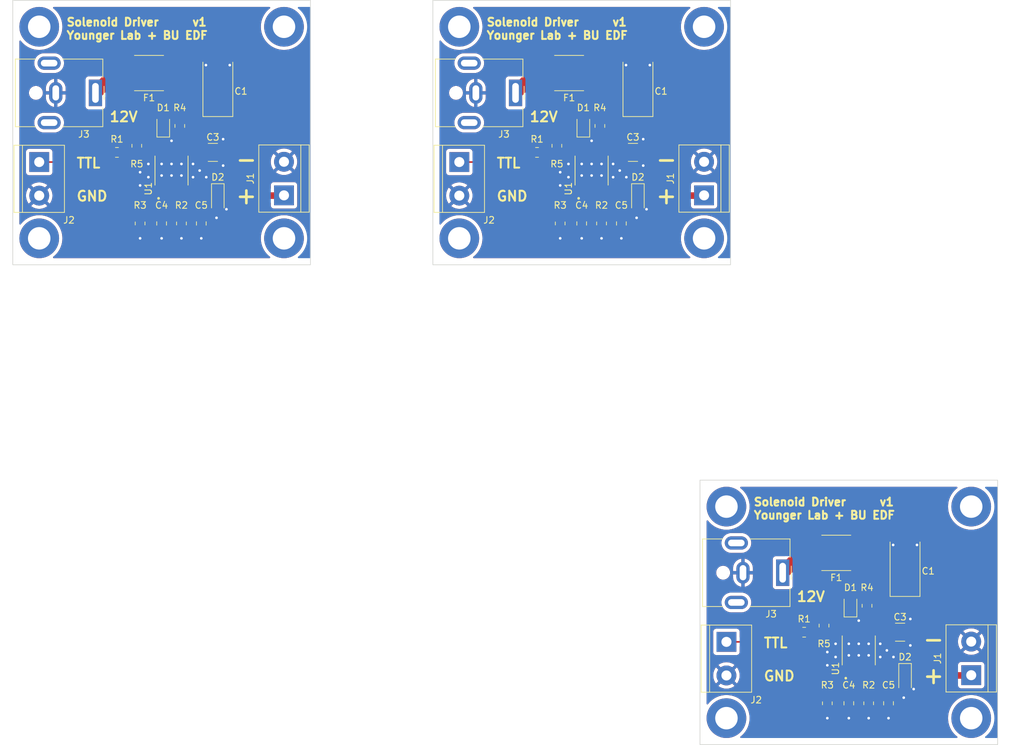
<source format=kicad_pcb>
(kicad_pcb (version 20221018) (generator pcbnew)
  (layers (0 "F.Cu" signal) (31 "B.Cu" signal) (34 "B.Paste" user) (35 "F.Paste" user) (36 "B.SilkS" user "B.Silkscreen") (37 "F.SilkS" user "F.Silkscreen") (38 "B.Mask" user) (39 "F.Mask" user) (44 "Edge.Cuts" user))
  (net 0 "")
  (net 1 "+12V")
  (net 2 "GND")
  (net 3 "/delay")
  (net 4 "Net-(U1-BOOT)")
  (net 5 "/fault")
  (net 6 "Net-(D1-A)")
  (net 7 "/out")
  (net 8 "/12V_IN")
  (net 9 "/freq")
  (net 10 "/duty")
  (net 11 "/in")
  (net 12 "/in_term")
  (footprint "Resistor_SMD:R_0805_2012Metric" (layer "F.Cu") (at 47.37 38.42 90)
    (fp_text reference "R4")
    (fp_text value "4k7")
  )
  (footprint "Resistor_SMD:R_0805_2012Metric" (layer "F.Cu") (at 111.12 53.17 90)
    (fp_text reference "R2")
    (fp_text value "191k")
  )
  (footprint "Capacitor_SMD:C_0805_2012Metric" (layer "F.Cu") (at 44.62 53.17 90)
    (fp_text reference "C4")
    (fp_text value "0.18uF")
  )
  (footprint "Resistor_SMD:R_0805_2012Metric" (layer "F.Cu") (at 41.37 53.17 90)
    (fp_text reference "R3")
    (fp_text value "162k")
  )
  (footprint "Capacitor_Tantalum_SMD:CP_EIA-7343-43_Kemet-X_Pad2.25x2.55mm_HandSolder" (layer "F.Cu") (at 116.62 32.42 90)
    (fp_text reference "C1")
    (fp_text value "47uF")
  )
  (footprint "LED_SMD:LED_0805_2012Metric" (layer "F.Cu") (at 108.37 38.42 90)
    (fp_text reference "D1")
    (fp_text value "LED")
  )
  (footprint "Capacitor_SMD:C_0805_2012Metric" (layer "F.Cu") (at 50.62 53.17 90)
    (fp_text reference "C5")
    (fp_text value "470pF")
  )
  (footprint "Resistor_SMD:R_0805_2012Metric" (layer "F.Cu") (at 145.25 125.75 90)
    (fp_text reference "R3")
    (fp_text value "162k")
  )
  (footprint "Fuse:Fuse_2920_7451Metric" (layer "F.Cu") (at 42.72 30.42)
    (fp_text reference "F1")
    (fp_text value "0ZCF0125FF2C")
  )
  (footprint "Resistor_SMD:R_0805_2012Metric" (layer "F.Cu") (at 141.75 115)
    (fp_text reference "R1")
    (fp_text value "49R9")
  )
  (footprint "Capacitor_SMD:C_1210_3225Metric" (layer "F.Cu") (at 115.87 42.42)
    (fp_text reference "C3")
    (fp_text value "10uF")
  )
  (footprint "Resistor_SMD:R_0805_2012Metric" (layer "F.Cu") (at 110.87 38.42 90)
    (fp_text reference "R4")
    (fp_text value "4k7")
  )
  (footprint "Capacitor_SMD:C_1210_3225Metric" (layer "F.Cu") (at 156.25 115)
    (fp_text reference "C3")
    (fp_text value "10uF")
  )
  (footprint "Capacitor_SMD:C_0805_2012Metric" (layer "F.Cu") (at 108.12 53.17 90)
    (fp_text reference "C4")
    (fp_text value "0.18uF")
  )
  (footprint "Fuse:Fuse_2920_7451Metric" (layer "F.Cu") (at 106.22 30.42)
    (fp_text reference "F1")
    (fp_text value "0ZCF0125FF2C")
  )
  (footprint "Fuse:Fuse_2920_7451Metric" (layer "F.Cu") (at 146.6 103)
    (fp_text reference "F1")
    (fp_text value "0ZCF0125FF2C")
  )
  (footprint "Resistor_SMD:R_0805_2012Metric" (layer "F.Cu") (at 37.87 42.42)
    (fp_text reference "R1")
    (fp_text value "49R9")
  )
  (footprint "Resistor_SMD:R_0805_2012Metric" (layer "F.Cu") (at 144.75 114 -90)
    (fp_text reference "R5")
    (fp_text value "4k7")
  )
  (footprint "driver-v0:IC_TPS27S100BPWPR" (layer "F.Cu") (at 150 117.75 90)
    (fp_text reference "U1")
    (fp_text value "DRV104PWP")
  )
  (footprint "TerminalBlock:TerminalBlock_bornier-2_P5.08mm" (layer "F.Cu") (at 89.62 43.88 -90)
    (fp_text reference "J2")
    (fp_text value "Screw_Terminal_01x02")
  )
  (footprint "Resistor_SMD:R_0805_2012Metric" (layer "F.Cu") (at 101.37 42.42)
    (fp_text reference "R1")
    (fp_text value "49R9")
  )
  (footprint "TerminalBlock:TerminalBlock_bornier-2_P5.08mm" (layer "F.Cu") (at 126.62 48.92 90)
    (fp_text reference "J1")
    (fp_text value "Screw_Terminal_01x02")
  )
  (footprint "Diode_SMD:Nexperia_CFP3_SOD-123W" (layer "F.Cu") (at 157 122 -90)
    (fp_text reference "D2")
    (fp_text value "PMEG10010ELRX")
  )
  (footprint "TerminalBlock:TerminalBlock_bornier-2_P5.08mm" (layer "F.Cu") (at 63.12 48.92 90)
    (fp_text reference "J1")
    (fp_text value "Screw_Terminal_01x02")
  )
  (footprint "TerminalBlock:TerminalBlock_bornier-2_P5.08mm" (layer "F.Cu") (at 130 116.46 -90)
    (fp_text reference "J2")
    (fp_text value "Screw_Terminal_01x02")
  )
  (footprint "Capacitor_Tantalum_SMD:CP_EIA-7343-43_Kemet-X_Pad2.25x2.55mm_HandSolder" (layer "F.Cu") (at 53.12 32.42 90)
    (fp_text reference "C1")
    (fp_text value "47uF")
  )
  (footprint "LED_SMD:LED_0805_2012Metric" (layer "F.Cu") (at 148.75 111 90)
    (fp_text reference "D1")
    (fp_text value "LED")
  )
  (footprint "Capacitor_SMD:C_0805_2012Metric" (layer "F.Cu") (at 148.5 125.75 90)
    (fp_text reference "C4")
    (fp_text value "0.18uF")
  )
  (footprint "Resistor_SMD:R_0805_2012Metric" (layer "F.Cu") (at 151.5 125.75 90)
    (fp_text reference "R2")
    (fp_text value "191k")
  )
  (footprint "driver-v0:IC_TPS27S100BPWPR" (layer "F.Cu") (at 46.12 45.17 90)
    (fp_text reference "U1")
    (fp_text value "DRV104PWP")
  )
  (footprint "TerminalBlock:TerminalBlock_bornier-2_P5.08mm" (layer "F.Cu") (at 26.12 43.88 -90)
    (fp_text reference "J2")
    (fp_text value "Screw_Terminal_01x02")
  )
  (footprint "Connector_BarrelJack:BarrelJack_CUI_PJ-063AH_Horizontal" (layer "F.Cu") (at 138.5 106 -90)
    (fp_text reference "J3")
    (fp_text value "Barrel_Jack")
  )
  (footprint "Capacitor_SMD:C_1210_3225Metric" (layer "F.Cu") (at 52.37 42.42)
    (fp_text reference "C3")
    (fp_text value "10uF")
  )
  (footprint "LED_SMD:LED_0805_2012Metric" (layer "F.Cu") (at 44.87 38.42 90)
    (fp_text reference "D1")
    (fp_text value "LED")
  )
  (footprint "Capacitor_SMD:C_0805_2012Metric" (layer "F.Cu") (at 114.12 53.17 90)
    (fp_text reference "C5")
    (fp_text value "470pF")
  )
  (footprint "Resistor_SMD:R_0805_2012Metric" (layer "F.Cu") (at 151.25 111 90)
    (fp_text reference "R4")
    (fp_text value "4k7")
  )
  (footprint "Capacitor_SMD:C_0805_2012Metric" (layer "F.Cu") (at 154.5 125.75 90)
    (fp_text reference "C5")
    (fp_text value "470pF")
  )
  (footprint "TerminalBlock:TerminalBlock_bornier-2_P5.08mm" (layer "F.Cu") (at 167 121.5 90)
    (fp_text reference "J1")
    (fp_text value "Screw_Terminal_01x02")
  )
  (footprint "Connector_BarrelJack:BarrelJack_CUI_PJ-063AH_Horizontal" (layer "F.Cu") (at 34.62 33.42 -90)
    (fp_text reference "J3")
    (fp_text value "Barrel_Jack")
  )
  (footprint "Resistor_SMD:R_0805_2012Metric" (layer "F.Cu") (at 104.87 53.17 90)
    (fp_text reference "R3")
    (fp_text value "162k")
  )
  (footprint "Resistor_SMD:R_0805_2012Metric" (layer "F.Cu") (at 40.87 41.42 -90)
    (fp_text reference "R5")
    (fp_text value "4k7")
  )
  (footprint "Resistor_SMD:R_0805_2012Metric" (layer "F.Cu") (at 47.62 53.17 90)
    (fp_text reference "R2")
    (fp_text value "191k")
  )
  (footprint "Diode_SMD:Nexperia_CFP3_SOD-123W" (layer "F.Cu") (at 116.62 49.42 -90)
    (fp_text reference "D2")
    (fp_text value "PMEG10010ELRX")
  )
  (footprint "Resistor_SMD:R_0805_2012Metric" (layer "F.Cu") (at 104.37 41.42 -90)
    (fp_text reference "R5")
    (fp_text value "4k7")
  )
  (footprint "Connector_BarrelJack:BarrelJack_CUI_PJ-063AH_Horizontal" (layer "F.Cu") (at 98.12 33.42 -90)
    (fp_text reference "J3")
    (fp_text value "Barrel_Jack")
  )
  (footprint "Diode_SMD:Nexperia_CFP3_SOD-123W" (layer "F.Cu") (at 53.12 49.42 -90)
    (fp_text reference "D2")
    (fp_text value "PMEG10010ELRX")
  )
  (footprint "Capacitor_Tantalum_SMD:CP_EIA-7343-43_Kemet-X_Pad2.25x2.55mm_HandSolder" (layer "F.Cu") (at 157 105 90)
    (fp_text reference "C1")
    (fp_text value "47uF")
  )
  (footprint "driver-v0:IC_TPS27S100BPWPR" (layer "F.Cu") (at 109.62 45.17 90)
    (fp_text reference "U1")
    (fp_text value "DRV104PWP")
  )
  (gr_rect (start 126 92) (end 171 132) (stroke (width 0.1)) (fill none) (layer "Edge.Cuts"))
  (gr_rect (start 22.12 19.42) (end 67.12 59.42) (stroke (width 0.1)) (fill none) (layer "Edge.Cuts"))
  (gr_rect (start 85.62 19.42) (end 130.62 59.42) (stroke (width 0.1)) (fill none) (layer "Edge.Cuts"))
  (gr_text "GND" (at 95.12 49.92) (layer "F.SilkS") (effects (font (size 1.5 1.5) (thickness 0.3) bold) (justify left bottom)))
  (gr_text "TTL" (at 95.12 44.92) (layer "F.SilkS") (effects (font (size 1.5 1.5) (thickness 0.3) bold) (justify left bottom)))
  (gr_text "v1" (at 112.62 23.42) (layer "F.SilkS") (effects (font (size 1.2 1.2) (thickness 0.3) bold) (justify left bottom)))
  (gr_text "Younger Lab + BU EDF" (at 134 98) (layer "F.SilkS") (effects (font (size 1.2 1.2) (thickness 0.3) bold) (justify left bottom)))
  (gr_text "Younger Lab + BU EDF" (at 30.12 25.42) (layer "F.SilkS") (effects (font (size 1.2 1.2) (thickness 0.3) bold) (justify left bottom)))
  (gr_text "Solenoid Driver" (at 134 96) (layer "F.SilkS") (effects (font (size 1.2 1.2) (thickness 0.3) bold) (justify left bottom)))
  (gr_text "-" (at 159.5 117.5) (layer "F.SilkS") (effects (font (size 2.5 2.5) (thickness 0.4)) (justify left bottom)))
  (gr_text "12V" (at 100.12 37.92) (layer "F.SilkS") (effects (font (size 1.5 1.5) (thickness 0.3) bold) (justify left bottom)))
  (gr_text "+" (at 159.5 123) (layer "F.SilkS") (effects (font (size 2.5 2.5) (thickness 0.4)) (justify left bottom)))
  (gr_text "+" (at 119.12 50.42) (layer "F.SilkS") (effects (font (size 2.5 2.5) (thickness 0.4)) (justify left bottom)))
  (gr_text "-" (at 119.12 44.92) (layer "F.SilkS") (effects (font (size 2.5 2.5) (thickness 0.4)) (justify left bottom)))
  (gr_text "TTL" (at 135.5 117.5) (layer "F.SilkS") (effects (font (size 1.5 1.5) (thickness 0.3) bold) (justify left bottom)))
  (gr_text "Solenoid Driver" (at 93.62 23.42) (layer "F.SilkS") (effects (font (size 1.2 1.2) (thickness 0.3) bold) (justify left bottom)))
  (gr_text "Younger Lab + BU EDF" (at 93.62 25.42) (layer "F.SilkS") (effects (font (size 1.2 1.2) (thickness 0.3) bold) (justify left bottom)))
  (gr_text "+" (at 55.62 50.42) (layer "F.SilkS") (effects (font (size 2.5 2.5) (thickness 0.4)) (justify left bottom)))
  (gr_text "v1" (at 153 96) (layer "F.SilkS") (effects (font (size 1.2 1.2) (thickness 0.3) bold) (justify left bottom)))
  (gr_text "TTL" (at 31.62 44.92) (layer "F.SilkS") (effects (font (size 1.5 1.5) (thickness 0.3) bold) (justify left bottom)))
  (gr_text "v1" (at 49.12 23.42) (layer "F.SilkS") (effects (font (size 1.2 1.2) (thickness 0.3) bold) (justify left bottom)))
  (gr_text "12V" (at 140.5 110.5) (layer "F.SilkS") (effects (font (size 1.5 1.5) (thickness 0.3) bold) (justify left bottom)))
  (gr_text "Solenoid Driver" (at 30.12 23.42) (layer "F.SilkS") (effects (font (size 1.2 1.2) (thickness 0.3) bold) (justify left bottom)))
  (gr_text "-" (at 55.62 44.92) (layer "F.SilkS") (effects (font (size 2.5 2.5) (thickness 0.4)) (justify left bottom)))
  (gr_text "12V" (at 36.62 37.92) (layer "F.SilkS") (effects (font (size 1.5 1.5) (thickness 0.3) bold) (justify left bottom)))
  (gr_text "GND" (at 135.5 122.5) (layer "F.SilkS") (effects (font (size 1.5 1.5) (thickness 0.3) bold) (justify left bottom)))
  (gr_text "GND" (at 31.62 49.92) (layer "F.SilkS") (effects (font (size 1.5 1.5) (thickness 0.3) bold) (justify left bottom)))
  (via (at 63.12 55.42) (size 6) (drill 3.4) (layers "F.Cu" "B.Cu") (net 0))
  (via (at 167 128) (size 6) (drill 3.4) (layers "F.Cu" "B.Cu") (net 0))
  (via (at 89.62 23.42) (size 6) (drill 3.4) (layers "F.Cu" "B.Cu") (net 0))
  (via (at 26.12 55.42) (size 6) (drill 3.4) (layers "F.Cu" "B.Cu") (net 0))
  (via (at 130 96) (size 6) (drill 3.4) (layers "F.Cu" "B.Cu") (net 0))
  (via (at 130 128) (size 6) (drill 3.4) (layers "F.Cu" "B.Cu") (net 0))
  (via (at 126.62 55.42) (size 6) (drill 3.4) (layers "F.Cu" "B.Cu") (net 0))
  (via (at 26.12 23.42) (size 6) (drill 3.4) (layers "F.Cu" "B.Cu") (net 0))
  (via (at 167 96) (size 6) (drill 3.4) (layers "F.Cu" "B.Cu") (net 0))
  (via (at 126.62 23.42) (size 6) (drill 3.4) (layers "F.Cu" "B.Cu") (net 0))
  (via (at 89.62 55.42) (size 6) (drill 3.4) (layers "F.Cu" "B.Cu") (net 0))
  (via (at 63.12 23.42) (size 6) (drill 3.4) (layers "F.Cu" "B.Cu") (net 0))
  (segment (start 114.395 39.245) (end 114.395 42.42) (width 1) (layer "F.Cu") (net 1))
  (segment (start 114.395 39.9075) (end 113.82 39.3325) (width 0.25) (layer "F.Cu") (net 1))
  (segment (start 151.25 111.9125) (end 154.2 111.9125) (width 0.25) (layer "F.Cu") (net 1))
  (segment (start 113.22 35.62) (end 112.82 35.22) (width 1) (layer "F.Cu") (net 1))
  (segment (start 53.12 35.62) (end 49.72 35.62) (width 1) (layer "F.Cu") (net 1))
  (segment (start 114.395 42.42) (end 114.395 39.9075) (width 0.25) (layer "F.Cu") (net 1))
  (segment (start 153.6 108.2) (end 153.2 107.8) (width 1) (layer "F.Cu") (net 1))
  (segment (start 47.37 39.3325) (end 50.32 39.3325) (width 0.25) (layer "F.Cu") (net 1))
  (segment (start 154.775 111.825) (end 154.775 115) (width 1) (layer "F.Cu") (net 1))
  (segment (start 50.895 42.42) (end 50.895 39.9075) (width 0.25) (layer "F.Cu") (net 1))
  (segment (start 53.12 37.02) (end 50.895 39.245) (width 1) (layer "F.Cu") (net 1))
  (segment (start 157 108.2) (end 153.6 108.2) (width 1) (layer "F.Cu") (net 1))
  (segment (start 150.1875 103.2) (end 149.9875 103) (width 1) (layer "F.Cu") (net 1))
  (segment (start 150.75 114.95) (end 154.825 114.95) (width 0.5) (layer "F.Cu") (net 1))
  (segment (start 112.82 31.42) (end 112.02 30.62) (width 1) (layer "F.Cu") (net 1))
  (segment (start 116.62 35.62) (end 113.22 35.62) (width 1) (layer "F.Cu") (net 1))
  (segment (start 50.895 39.245) (end 50.895 42.42) (width 1) (layer "F.Cu") (net 1))
  (segment (start 110.37 42.37) (end 114.445 42.37) (width 0.5) (layer "F.Cu") (net 1))
  (segment (start 53.12 35.62) (end 53.12 37.02) (width 1) (layer "F.Cu") (net 1))
  (segment (start 49.32 35.22) (end 49.32 31.42) (width 1) (layer "F.Cu") (net 1))
  (segment (start 116.62 37.02) (end 114.395 39.245) (width 1) (layer "F.Cu") (net 1))
  (segment (start 153.2 107.8) (end 153.2 104) (width 1) (layer "F.Cu") (net 1))
  (segment (start 49.72 35.62) (end 49.32 35.22) (width 1) (layer "F.Cu") (net 1))
  (segment (start 48.52 30.62) (end 46.3075 30.62) (width 1) (layer "F.Cu") (net 1))
  (segment (start 49.32 31.42) (end 48.52 30.62) (width 1) (layer "F.Cu") (net 1))
  (segment (start 116.62 35.62) (end 116.62 37.02) (width 1) (layer "F.Cu") (net 1))
  (segment (start 110.87 39.3325) (end 113.82 39.3325) (width 0.25) (layer "F.Cu") (net 1))
  (segment (start 154.775 112.4875) (end 154.2 111.9125) (width 0.25) (layer "F.Cu") (net 1))
  (segment (start 152.4 103.2) (end 150.1875 103.2) (width 1) (layer "F.Cu") (net 1))
  (segment (start 157 109.6) (end 154.775 111.825) (width 1) (layer "F.Cu") (net 1))
  (segment (start 109.8075 30.62) (end 109.6075 30.42) (width 1) (layer "F.Cu") (net 1))
  (segment (start 112.02 30.62) (end 109.8075 30.62) (width 1) (layer "F.Cu") (net 1))
  (segment (start 112.82 35.22) (end 112.82 31.42) (width 1) (layer "F.Cu") (net 1))
  (segment (start 157 108.2) (end 157 109.6) (width 1) (layer "F.Cu") (net 1))
  (segment (start 153.2 104) (end 152.4 103.2) (width 1) (layer "F.Cu") (net 1))
  (segment (start 154.775 115) (end 154.775 112.4875) (width 0.25) (layer "F.Cu") (net 1))
  (segment (start 50.895 39.9075) (end 50.32 39.3325) (width 0.25) (layer "F.Cu") (net 1))
  (segment (start 46.87 42.37) (end 50.945 42.37) (width 0.5) (layer "F.Cu") (net 1))
  (segment (start 46.3075 30.62) (end 46.1075 30.42) (width 1) (layer "F.Cu") (net 1))
  (segment (start 53.845 44.345) (end 53.92 44.42) (width 0.25) (layer "F.Cu") (net 2))
  (segment (start 44.62 54.12) (end 44.62 55.42) (width 0.25) (layer "F.Cu") (net 2))
  (segment (start 46.87 45.17) (end 47.62 45.92) (width 0.25) (layer "F.Cu") (net 2))
  (segment (start 111.12 54.0825) (end 111.12 55.42) (width 0.25) (layer "F.Cu") (net 2))
  (segment (start 110.37 45.17) (end 111.12 45.92) (width 0.25) (layer "F.Cu") (net 2))
  (segment (start 53.12 29.22) (end 51.32 29.22) (width 0.25) (layer "F.Cu") (net 2))
  (segment (start 109.62 42.37) (end 109.62 40.67) (width 0.3) (layer "F.Cu") (net 2))
  (segment (start 53.12 29.22) (end 54.92 29.22) (width 0.25) (layer "F.Cu") (net 2))
  (segment (start 156.8 123.5) (end 158.2 123.5) (width 0.25) (layer "F.Cu") (net 2))
  (segment (start 52.92 52.32) (end 52.92 50.92) (width 0.25) (layer "F.Cu") (net 2))
  (segment (start 117.82 50.92) (end 117.92 51.02) (width 0.25) (layer "F.Cu") (net 2))
  (segment (start 150 117.75) (end 150.75 117.75) (width 0.25) (layer "F.Cu") (net 2))
  (segment (start 52.92 50.92) (end 54.32 50.92) (width 0.25) (layer "F.Cu") (net 2))
  (segment (start 116.62 29.22) (end 118.42 29.22) (width 0.25) (layer "F.Cu") (net 2))
  (segment (start 157.725 116.925) (end 157.8 117) (width 0.25) (layer "F.Cu") (net 2))
  (segment (start 148.5 126.7) (end 148.5 128) (width 0.25) (layer "F.Cu") (net 2))
  (segment (start 53.845 40.495) (end 53.92 40.42) (width 0.25) (layer "F.Cu") (net 2))
  (segment (start 157 101.8) (end 158.8 101.8) (width 0.25) (layer "F.Cu") (net 2))
  (segment (start 116.42 50.92) (end 117.82 50.92) (width 0.25) (layer "F.Cu") (net 2))
  (segment (start 145.25 126.6625) (end 145.25 128) (width 0.25) (layer "F.Cu") (net 2))
  (segment (start 156.8 124.9) (end 156.8 123.5) (width 0.25) (layer "F.Cu") (net 2))
  (segment (start 50.62 54.12) (end 50.62 55.42) (width 0.25) (layer "F.Cu") (net 2))
  (segment (start 157 101.8) (end 155.2 101.8) (width 0.25) (layer "F.Cu") (net 2))
  (segment (start 54.32 50.92) (end 54.42 51.02) (width 0.25) (layer "F.Cu") (net 2))
  (segment (start 109.62 40.67) (end 109.62 40.42) (width 0.25) (layer "F.Cu") (net 2))
  (segment (start 151.5 126.6625) (end 151.5 128) (width 0.25) (layer "F.Cu") (net 2))
  (segment (start 157.725 113.075) (end 157.8 113) (width 0.25) (layer "F.Cu") (net 2))
  (segment (start 53.845 42.42) (end 53.845 44.345) (width 0.25) (layer "F.Cu") (net 2))
  (segment (start 150.75 117.75) (end 151.5 118.5) (width 0.25) (layer "F.Cu") (net 2))
  (segment (start 150 114.95) (end 150 113.25) (width 0.3) (layer "F.Cu") (net 2))
  (segment (start 158.2 123.5) (end 158.3 123.6) (width 0.25) (layer "F.Cu") (net 2))
  (segment (start 116.42 52.32) (end 116.42 50.92) (width 0.25) (layer "F.Cu") (net 2))
  (segment (start 154.5 126.7) (end 154.5 128) (width 0.25) (layer "F.Cu") (net 2))
  (segment (start 104.87 54.0825) (end 104.87 55.42) (width 0.25) (layer "F.Cu") (net 2))
  (segment (start 157.725 115) (end 157.725 116.925) (width 0.25) (layer "F.Cu") (net 2))
  (segment (start 41.37 54.0825) (end 41.37 55.42) (width 0.25) (layer "F.Cu") (net 2))
  (segment (start 108.12 54.12) (end 108.12 55.42) (width 0.25) (layer "F.Cu") (net 2))
  (segment (start 157.725 115) (end 157.725 113.075) (width 0.25) (layer "F.Cu") (net 2))
  (segment (start 47.62 54.0825) (end 47.62 55.42) (width 0.25) (layer "F.Cu") (net 2))
  (segment (start 46.12 45.17) (end 46.87 45.17) (width 0.25) (layer "F.Cu") (net 2))
  (segment (start 117.345 42.42) (end 117.345 40.495) (width 0.25) (layer "F.Cu") (net 2))
  (segment (start 116.62 29.22) (end 114.82 29.22) (width 0.25) (layer "F.Cu") (net 2))
  (segment (start 117.345 42.42) (end 117.345 44.345) (width 0.25) (layer "F.Cu") (net 2))
  (segment (start 117.345 40.495) (end 117.42 40.42) (width 0.25) (layer "F.Cu") (net 2))
  (segment (start 46.12 40.67) (end 46.12 40.42) (width 0.25) (layer "F.Cu") (net 2))
  (segment (start 150 113.25) (end 150 113) (width 0.25) (layer "F.Cu") (net 2))
  (segment (start 117.345 44.345) (end 117.42 44.42) (width 0.25) (layer "F.Cu") (net 2))
  (segment (start 114.12 54.12) (end 114.12 55.42) (width 0.25) (layer "F.Cu") (net 2))
  (segment (start 109.62 45.17) (end 110.37 45.17) (width 0.25) (layer "F.Cu") (net 2))
  (segment (start 53.845 42.42) (end 53.845 40.495) (width 0.25) (layer "F.Cu") (net 2))
  (segment (start 46.12 42.37) (end 46.12 40.67) (width 0.3) (layer "F.Cu") (net 2))
  (via (at 111.12 55.42) (size 0.8) (drill 0.4) (layers "F.Cu" "B.Cu") (net 2))
  (via (at 51.32 29.22) (size 0.8) (drill 0.4) (layers "F.Cu" "B.Cu") (net 2))
  (via (at 111.12 45.92) (size 0.8) (drill 0.4) (layers "F.Cu" "B.Cu") (net 2))
  (via (at 41.37 55.42) (size 0.8) (drill 0.4) (layers "F.Cu" "B.Cu") (net 2))
  (via (at 46.12 40.67) (size 0.8) (drill 0.4) (layers "F.Cu" "B.Cu") (net 2))
  (via (at 150 118.5) (size 0.8) (drill 0.4) (layers "F.Cu" "B.Cu") (net 2))
  (via (at 54.92 29.22) (size 0.8) (drill 0.4) (layers "F.Cu" "B.Cu") (net 2))
  (via (at 157.8 117) (size 0.8) (drill 0.4) (layers "F.Cu" "B.Cu") (net 2))
  (via (at 53.92 44.42) (size 0.8) (drill 0.4) (layers "F.Cu" "B.Cu") (net 2))
  (via (at 50.62 55.42) (size 0.8) (drill 0.4) (layers "F.Cu" "B.Cu") (net 2))
  (via (at 109.62 45.92) (size 0.8) (drill 0.4) (layers "F.Cu" "B.Cu") (net 2))
  (via (at 46.12 44.17) (size 0.8) (drill 0.4) (layers "F.Cu" "B.Cu") (net 2))
  (via (at 158.8 101.8) (size 0.8) (drill 0.4) (layers "F.Cu" "B.Cu") (net 2))
  (via (at 151.5 118.5) (size 0.8) (drill 0.4) (layers "F.Cu" "B.Cu") (net 2))
  (via (at 52.92 52.32) (size 0.8) (drill 0.4) (layers "F.Cu" "B.Cu") (net 2))
  (via (at 145.25 120) (size 0.8) (drill 0.4) (layers "F.Cu" "B.Cu") (net 2))
  (via (at 153.25 118.75) (size 0.8) (drill 0.4) (layers "F.Cu" "B.Cu") (net 2))
  (via (at 108.12 45.92) (size 0.8) (drill 0.4) (layers "F.Cu" "B.Cu") (net 2))
  (via (at 148.5 118.5) (size 0.8) (drill 0.4) (layers "F.Cu" "B.Cu") (net 2))
  (via (at 46.12 45.92) (size 0.8) (drill 0.4) (layers "F.Cu" "B.Cu") (net 2))
  (via (at 151.5 116.75) (size 0.8) (drill 0.4) (layers "F.Cu" "B.Cu") (net 2))
  (via (at 146.5 118.75) (size 0.8) (drill 0.4) (layers "F.Cu" "B.Cu") (net 2))
  (via (at 113.87 45.17) (size 0.8) (drill 0.4) (layers "F.Cu" "B.Cu") (net 2))
  (via (at 112.87 46.17) (size 0.8) (drill 0.4) (layers "F.Cu" "B.Cu") (net 2))
  (via (at 104.87 55.42) (size 0.8) (drill 0.4) (layers "F.Cu" "B.Cu") (net 2))
  (via (at 154.25 117.75) (size 0.8) (drill 0.4) (layers "F.Cu" "B.Cu") (net 2))
  (via (at 157.8 113) (size 0.8) (drill 0.4) (layers "F.Cu" "B.Cu") (net 2))
  (via (at 44.62 45.92) (size 0.8) (drill 0.4) (layers "F.Cu" "B.Cu") (net 2))
  (via (at 114.82 29.22) (size 0.8) (drill 0.4) (layers "F.Cu" "B.Cu") (net 2))
  (via (at 158.3 123.6) (size 0.8) (drill 0.4) (layers "F.Cu" "B.Cu") (net 2))
  (via (at 106.12 44.17) (size 0.8) (drill 0.4) (layers "F.Cu" "B.Cu") (net 2))
  (via (at 109.62 44.17) (size 0.8) (drill 0.4) (layers "F.Cu" "B.Cu") (net 2))
  (via (at 109.62 40.67) (size 0.8) (drill 0.4) (layers "F.Cu" "B.Cu") (net 2))
  (via (at 42.62 44.17) (size 0.8) (drill 0.4) (layers "F.Cu" "B.Cu") (net 2))
  (via (at 117.42 40.42) (size 0.8) (drill 0.4) (layers "F.Cu" "B.Cu") (net 2))
  (via (at 49.37 46.17) (size 0.8) (drill 0.4) (layers "F.Cu" "B.Cu") (net 2))
  (via (at 153.25 116.75) (size 0.8) (drill 0.4) (layers "F.Cu" "B.Cu") (net 2))
  (via (at 118.42 29.22) (size 0.8) (drill 0.4) (layers "F.Cu" "B.Cu") (net 2))
  (via (at 53.92 40.42) (size 0.8) (drill 0.4) (layers "F.Cu" "B.Cu") (net 2))
  (via (at 156.8 124.9) (size 0.8) (drill 0.4) (layers "F.Cu" "B.Cu") (net 2))
  (via (at 155.2 101.8) (size 0.8) (drill 0.4) (layers "F.Cu" "B.Cu") (net 2))
  (via (at 47.62 55.42) (size 0.8) (drill 0.4) (layers "F.Cu" "B.Cu") (net 2))
  (via (at 108.12 44.17) (size 0.8) (drill 0.4) (layers "F.Cu" "B.Cu") (net 2))
  (via (at 104.87 45.42) (size 0.8) (drill 0.4) (layers "F.Cu" "B.Cu") (net 2))
  (via (at 44.62 55.42) (size 0.8) (drill 0.4) (layers "F.Cu" "B.Cu") (net 2))
  (via (at 41.37 47.42) (size 0.8) (drill 0.4) (layers "F.Cu" "B.Cu") (net 2))
  (via (at 154.5 128) (size 0.8) (drill 0.4) (layers "F.Cu" "B.Cu") (net 2))
  (via (at 54.42 51.02) (size 0.8) (drill 0.4) (layers "F.Cu" "B.Cu") (net 2))
  (via (at 148.5 128) (size 0.8) (drill 0.4) (layers "F.Cu" "B.Cu") (net 2))
  (via (at 117.92 51.02) (size 0.8) (drill 0.4) (layers "F.Cu" "B.Cu") (net 2))
  (via (at 155.25 118.75) (size 0.8) (drill 0.4) (layers "F.Cu" "B.Cu") (net 2))
  (via (at 151.5 128) (size 0.8) (drill 0.4) (layers "F.Cu" "B.Cu") (net 2))
  (via (at 117.42 44.42) (size 0.8) (drill 0.4) (layers "F.Cu" "B.Cu") (net 2))
  (via (at 112.87 44.17) (size 0.8) (drill 0.4) (layers "F.Cu" "B.Cu") (net 2))
  (via (at 111.12 44.17) (size 0.8) (drill 0.4) (layers "F.Cu" "B.Cu") (net 2))
  (via (at 49.37 44.17) (size 0.8) (drill 0.4) (layers "F.Cu" "B.Cu") (net 2))
  (via (at 145.25 118) (size 0.8) (drill 0.4) (layers "F.Cu" "B.Cu") (net 2))
  (via (at 44.62 44.17) (size 0.8) (drill 0.4) (layers "F.Cu" "B.Cu") (net 2))
  (via (at 51.37 46.17) (size 0.8) (drill 0.4) (layers "F.Cu" "B.Cu") (net 2))
  (via (at 114.87 46.17) (size 0.8) (drill 0.4) (layers "F.Cu" "B.Cu") (net 2))
  (via (at 148.5 116.75) (size 0.8) (drill 0.4) (layers "F.Cu" "B.Cu") (net 2))
  (via (at 150 113.25) (size 0.8) (drill 0.4) (layers "F.Cu" "B.Cu") (net 2))
  (via (at 145.25 128) (size 0.8) (drill 0.4) (layers "F.Cu" "B.Cu") (net 2))
  (via (at 41.37 45.42) (size 0.8) (drill 0.4) (layers "F.Cu" "B.Cu") (net 2))
  (via (at 106.12 46.17) (size 0.8) (drill 0.4) (layers "F.Cu" "B.Cu") (net 2))
  (via (at 47.62 45.92) (size 0.8) (drill 0.4) (layers "F.Cu" "B.Cu") (net 2))
  (via (at 42.62 46.17) (size 0.8) (drill 0.4) (layers "F.Cu" "B.Cu") (net 2))
  (via (at 114.12 55.42) (size 0.8) (drill 0.4) (layers "F.Cu" "B.Cu") (net 2))
  (via (at 50.37 45.17) (size 0.8) (drill 0.4) (layers "F.Cu" "B.Cu") (net 2))
  (via (at 116.42 52.32) (size 0.8) (drill 0.4) (layers "F.Cu" "B.Cu") (net 2))
  (via (at 47.62 44.17) (size 0.8) (drill 0.4) (layers "F.Cu" "B.Cu") (net 2))
  (via (at 104.87 47.42) (size 0.8) (drill 0.4) (layers "F.Cu" "B.Cu") (net 2))
  (via (at 150 116.75) (size 0.8) (drill 0.4) (layers "F.Cu" "B.Cu") (net 2))
  (via (at 146.5 116.75) (size 0.8) (drill 0.4) (layers "F.Cu" "B.Cu") (net 2))
  (via (at 108.12 55.42) (size 0.8) (drill 0.4) (layers "F.Cu" "B.Cu") (net 2))
  (segment (start 44.82 51.02) (end 44.62 51.22) (width 0.25) (layer "F.Cu") (net 3))
  (segment (start 148.7 123.3) (end 148.5 123.5) (width 0.25) (layer "F.Cu") (net 3))
  (segment (start 44.82 47.97) (end 44.82 51.02) (width 0.25) (layer "F.Cu") (net 3))
  (segment (start 44.62 51.22) (end 44.62 52.22) (width 0.25) (layer "F.Cu") (net 3))
  (segment (start 108.32 51.02) (end 108.12 51.22) (width 0.25) (layer "F.Cu") (net 3))
  (segment (start 148.7 120.55) (end 148.7 123.3) (width 0.25) (layer "F.Cu") (net 3))
  (segment (start 108.32 47.97) (end 108.32 51.02) (width 0.25) (layer "F.Cu") (net 3))
  (segment (start 148.5 123.5) (end 148.5 124.8) (width 0.25) (layer "F.Cu") (net 3))
  (segment (start 108.12 51.22) (end 108.12 52.22) (width 0.25) (layer "F.Cu") (net 3))
  (segment (start 113.62 50.42) (end 111.62 50.42) (width 0.25) (layer "F.Cu") (net 4))
  (segment (start 110.27 49.07) (end 110.27 47.97) (width 0.25) (layer "F.Cu") (net 4))
  (segment (start 114.12 50.92) (end 113.62 50.42) (width 0.25) (layer "F.Cu") (net 4))
  (segment (start 111.62 50.42) (end 110.27 49.07) (width 0.25) (layer "F.Cu") (net 4))
  (segment (start 154 123) (end 152 123) (width 0.25) (layer "F.Cu") (net 4))
  (segment (start 114.12 52.22) (end 114.12 50.92) (width 0.25) (layer "F.Cu") (net 4))
  (segment (start 46.77 49.07) (end 46.77 47.97) (width 0.25) (layer "F.Cu") (net 4))
  (segment (start 152 123) (end 150.65 121.65) (width 0.25) (layer "F.Cu") (net 4))
  (segment (start 48.12 50.42) (end 46.77 49.07) (width 0.25) (layer "F.Cu") (net 4))
  (segment (start 50.62 52.22) (end 50.62 50.92) (width 0.25) (layer "F.Cu") (net 4))
  (segment (start 50.12 50.42) (end 48.12 50.42) (width 0.25) (layer "F.Cu") (net 4))
  (segment (start 154.5 124.8) (end 154.5 123.5) (width 0.25) (layer "F.Cu") (net 4))
  (segment (start 50.62 50.92) (end 50.12 50.42) (width 0.25) (layer "F.Cu") (net 4))
  (segment (start 154.5 123.5) (end 154 123) (width 0.25) (layer "F.Cu") (net 4))
  (segment (start 150.65 121.65) (end 150.65 120.55) (width 0.25) (layer "F.Cu") (net 4))
  (segment (start 148.7 111.9875) (end 148.7 114.95) (width 0.25) (layer "F.Cu") (net 5))
  (segment (start 44.82 39.4075) (end 44.82 42.37) (width 0.25) (layer "F.Cu") (net 5))
  (segment (start 108.32 39.4075) (end 108.32 42.37) (width 0.25) (layer "F.Cu") (net 5))
  (segment (start 148.75 111.9375) (end 148.7 111.9875) (width 0.25) (layer "F.Cu") (net 5))
  (segment (start 44.87 39.3575) (end 44.82 39.4075) (width 0.25) (layer "F.Cu") (net 5))
  (segment (start 108.37 39.3575) (end 108.32 39.4075) (width 0.25) (layer "F.Cu") (net 5))
  (segment (start 44.87 37.4825) (end 47.345 37.4825) (width 0.25) (layer "F.Cu") (net 6))
  (segment (start 47.345 37.4825) (end 47.37 37.5075) (width 0.25) (layer "F.Cu") (net 6))
  (segment (start 110.845 37.4825) (end 110.87 37.5075) (width 0.25) (layer "F.Cu") (net 6))
  (segment (start 148.75 110.0625) (end 151.225 110.0625) (width 0.25) (layer "F.Cu") (net 6))
  (segment (start 108.37 37.4825) (end 110.845 37.4825) (width 0.25) (layer "F.Cu") (net 6))
  (segment (start 151.225 110.0625) (end 151.25 110.0875) (width 0.25) (layer "F.Cu") (net 6))
  (segment (start 152.15 120.75) (end 151.95 120.55) (width 0.5) (layer "F.Cu") (net 7))
  (segment (start 48.27 48.17) (end 48.07 47.97) (width 0.5) (layer "F.Cu") (net 7))
  (segment (start 58.76 48.96) (end 57.62 47.82) (width 1) (layer "F.Cu") (net 7))
  (segment (start 112.97 47.82) (end 112.62 48.17) (width 1) (layer "F.Cu") (net 7))
  (segment (start 48.07 47.97) (end 47.62 47.97) (width 0.5) (layer "F.Cu") (net 7))
  (segment (start 161.5 120.4) (end 153.35 120.4) (width 1) (layer "F.Cu") (net 7))
  (segment (start 57.62 47.82) (end 49.47 47.82) (width 1) (layer "F.Cu") (net 7))
  (segment (start 122.26 48.96) (end 121.12 47.82) (width 1) (layer "F.Cu") (net 7))
  (segment (start 111.77 48.17) (end 111.57 47.97) (width 0.5) (layer "F.Cu") (net 7))
  (segment (start 166.96 121.54) (end 162.64 121.54) (width 1) (layer "F.Cu") (net 7))
  (segment (start 126.58 48.96) (end 122.26 48.96) (width 1) (layer "F.Cu") (net 7))
  (segment (start 49.47 47.82) (end 49.12 48.17) (width 1) (layer "F.Cu") (net 7))
  (segment (start 126.62 48.92) (end 126.58 48.96) (width 1) (layer "F.Cu") (net 7))
  (segment (start 151.95 120.55) (end 151.5 120.55) (width 0.5) (layer "F.Cu") (net 7))
  (segment (start 112.62 48.17) (end 111.77 48.17) (width 0.5) (layer "F.Cu") (net 7))
  (segment (start 63.08 48.96) (end 58.76 48.96) (width 1) (layer "F.Cu") (net 7))
  (segment (start 111.57 47.97) (end 111.12 47.97) (width 0.5) (layer "F.Cu") (net 7))
  (segment (start 162.64 121.54) (end 161.5 120.4) (width 1) (layer "F.Cu") (net 7))
  (segment (start 167 121.5) (end 166.96 121.54) (width 1) (layer "F.Cu") (net 7))
  (segment (start 63.12 48.92) (end 63.08 48.96) (width 1) (layer "F.Cu") (net 7))
  (segment (start 153.35 120.4) (end 153 120.75) (width 1) (layer "F.Cu") (net 7))
  (segment (start 121.12 47.82) (end 112.97 47.82) (width 1) (layer "F.Cu") (net 7))
  (segment (start 153 120.75) (end 152.15 120.75) (width 0.5) (layer "F.Cu") (net 7))
  (segment (start 49.12 48.17) (end 48.27 48.17) (width 0.5) (layer "F.Cu") (net 7))
  (segment (start 141.5 103) (end 138.5 106) (width 2) (layer "F.Cu") (net 8))
  (segment (start 37.62 30.42) (end 34.62 33.42) (width 2) (layer "F.Cu") (net 8))
  (segment (start 102.8325 30.42) (end 101.12 30.42) (width 2) (layer "F.Cu") (net 8))
  (segment (start 101.12 30.42) (end 98.12 33.42) (width 2) (layer "F.Cu") (net 8))
  (segment (start 39.3325 30.42) (end 37.62 30.42) (width 2) (layer "F.Cu") (net 8))
  (segment (start 143.2125 103) (end 141.5 103) (width 2) (layer "F.Cu") (net 8))
  (segment (start 47.62 51.57) (end 45.47 49.42) (width 0.25) (layer "F.Cu") (net 9))
  (segment (start 108.97 49.42) (end 108.97 47.97) (width 0.25) (layer "F.Cu") (net 9))
  (segment (start 111.12 51.57) (end 108.97 49.42) (width 0.25) (layer "F.Cu") (net 9))
  (segment (start 111.12 52.2575) (end 111.12 51.57) (width 0.25) (layer "F.Cu") (net 9))
  (segment (start 151.5 124.15) (end 149.35 122) (width 0.25) (layer "F.Cu") (net 9))
  (segment (start 47.62 52.2575) (end 47.62 51.57) (width 0.25) (layer "F.Cu") (net 9))
  (segment (start 149.35 122) (end 149.35 120.55) (width 0.25) (layer "F.Cu") (net 9))
  (segment (start 151.5 124.8375) (end 151.5 124.15) (width 0.25) (layer "F.Cu") (net 9))
  (segment (start 45.47 49.42) (end 45.47 47.97) (width 0.25) (layer "F.Cu") (net 9))
  (segment (start 41.37 50.77) (end 41.92 50.22) (width 0.25) (layer "F.Cu") (net 10))
  (segment (start 105.42 50.22) (end 106.82 50.22) (width 0.25) (layer "F.Cu") (net 10))
  (segment (start 104.87 52.2575) (end 104.87 50.77) (width 0.25) (layer "F.Cu") (net 10))
  (segment (start 107.67 49.37) (end 107.67 47.97) (width 0.25) (layer "F.Cu") (net 10))
  (segment (start 104.87 50.77) (end 105.42 50.22) (width 0.25) (layer "F.Cu") (net 10))
  (segment (start 106.82 50.22) (end 107.67 49.37) (width 0.25) (layer "F.Cu") (net 10))
  (segment (start 148.05 121.95) (end 148.05 120.55) (width 0.25) (layer "F.Cu") (net 10))
  (segment (start 147.2 122.8) (end 148.05 121.95) (width 0.25) (layer "F.Cu") (net 10))
  (segment (start 145.25 124.8375) (end 145.25 123.35) (width 0.25) (layer "F.Cu") (net 10))
  (segment (start 41.37 52.2575) (end 41.37 50.77) (width 0.25) (layer "F.Cu") (net 10))
  (segment (start 145.25 123.35) (end 145.8 122.8) (width 0.25) (layer "F.Cu") (net 10))
  (segment (start 145.8 122.8) (end 147.2 122.8) (width 0.25) (layer "F.Cu") (net 10))
  (segment (start 43.32 50.22) (end 44.17 49.37) (width 0.25) (layer "F.Cu") (net 10))
  (segment (start 41.92 50.22) (end 43.32 50.22) (width 0.25) (layer "F.Cu") (net 10))
  (segment (start 44.17 49.37) (end 44.17 47.97) (width 0.25) (layer "F.Cu") (net 10))
  (segment (start 36.9575 42.42) (end 34.58 42.42) (width 0.25) (layer "F.Cu") (net 11))
  (segment (start 140.8375 115) (end 138.46 115) (width 0.25) (layer "F.Cu") (net 11))
  (segment (start 138.46 115) (end 137 116.46) (width 0.25) (layer "F.Cu") (net 11))
  (segment (start 137 116.46) (end 130 116.46) (width 0.25) (layer "F.Cu") (net 11))
  (segment (start 34.58 42.42) (end 33.12 43.88) (width 0.25) (layer "F.Cu") (net 11))
  (segment (start 100.4575 42.42) (end 98.08 42.42) (width 0.25) (layer "F.Cu") (net 11))
  (segment (start 98.08 42.42) (end 96.62 43.88) (width 0.25) (layer "F.Cu") (net 11))
  (segment (start 96.62 43.88) (end 89.62 43.88) (width 0.25) (layer "F.Cu") (net 11))
  (segment (start 33.12 43.88) (end 26.12 43.88) (width 0.25) (layer "F.Cu") (net 11))
  (segment (start 148.05 114.95) (end 142.7125 114.95) (width 0.25) (layer "F.Cu") (net 12))
  (segment (start 107.67 42.37) (end 102.3325 42.37) (width 0.25) (layer "F.Cu") (net 12))
  (segment (start 102.3325 42.37) (end 102.2825 42.42) (width 0.25) (layer "F.Cu") (net 12))
  (segment (start 38.8325 42.37) (end 38.7825 42.42) (width 0.25) (layer "F.Cu") (net 12))
  (segment (start 142.7125 114.95) (end 142.6625 115) (width 0.25) (layer "F.Cu") (net 12))
  (segment (start 44.17 42.37) (end 38.8325 42.37) (width 0.25) (layer "F.Cu") (net 12))
  (zone (net 2) (net_name "GND") (layer "F.Cu") (connect_pads (clearance 0.5)) (min_thickness 0.25) (fill yes (thermal_gap 0.5) (thermal_bridge_width 0.5))
    (polygon (pts (xy 127 131) (xy 127 93) (xy 170 93) (xy 170 131)))
  )
  (zone (net 2) (net_name "GND") (layer "F.Cu") (connect_pads (clearance 0.5)) (min_thickness 0.25) (fill yes (thermal_gap 0.5) (thermal_bridge_width 0.5))
    (polygon (pts (xy 23.12 58.42) (xy 23.12 20.42) (xy 66.12 20.42) (xy 66.12 58.42)))
  )
  (zone (net 2) (net_name "GND") (layer "F.Cu") (connect_pads (clearance 0.5)) (min_thickness 0.25) (fill yes (thermal_gap 0.5) (thermal_bridge_width 0.5))
    (polygon (pts (xy 86.62 58.42) (xy 86.62 20.42) (xy 129.62 20.42) (xy 129.62 58.42)))
  )
  (zone (net 2) (net_name "GND") (layer "B.Cu") (connect_pads (clearance 0.5)) (min_thickness 0.25) (fill yes (thermal_gap 0.5) (thermal_bridge_width 0.5))
    (polygon (pts (xy 127 131) (xy 127 93) (xy 175 93) (xy 175 131)))
  )
  (zone (net 2) (net_name "GND") (layer "B.Cu") (connect_pads (clearance 0.5)) (min_thickness 0.25) (fill yes (thermal_gap 0.5) (thermal_bridge_width 0.5))
    (polygon (pts (xy 86.62 58.42) (xy 86.62 20.42) (xy 134.62 20.42) (xy 134.62 58.42)))
  )
  (zone (net 2) (net_name "GND") (layer "B.Cu") (connect_pads (clearance 0.5)) (min_thickness 0.25) (fill yes (thermal_gap 0.5) (thermal_bridge_width 0.5))
    (polygon (pts (xy 23.12 58.42) (xy 23.12 20.42) (xy 71.12 20.42) (xy 71.12 58.42)))
  )
)
</source>
